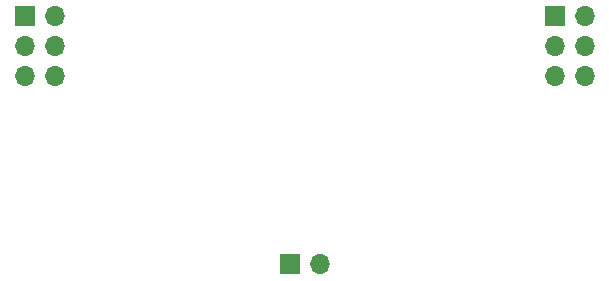
<source format=gbs>
G04 #@! TF.GenerationSoftware,KiCad,Pcbnew,(6.0.2)*
G04 #@! TF.CreationDate,2022-07-27T12:55:18+02:00*
G04 #@! TF.ProjectId,DC-DC-Converter,44432d44-432d-4436-9f6e-766572746572,rev?*
G04 #@! TF.SameCoordinates,Original*
G04 #@! TF.FileFunction,Soldermask,Bot*
G04 #@! TF.FilePolarity,Negative*
%FSLAX46Y46*%
G04 Gerber Fmt 4.6, Leading zero omitted, Abs format (unit mm)*
G04 Created by KiCad (PCBNEW (6.0.2)) date 2022-07-27 12:55:18*
%MOMM*%
%LPD*%
G01*
G04 APERTURE LIST*
%ADD10O,1.700000X1.700000*%
%ADD11R,1.700000X1.700000*%
G04 APERTURE END LIST*
D10*
X107440000Y-125080000D03*
X104900000Y-125080000D03*
X107440000Y-122540000D03*
X104900000Y-122540000D03*
X107440000Y-120000000D03*
D11*
X104900000Y-120000000D03*
D10*
X62540000Y-125080000D03*
X60000000Y-125080000D03*
X62540000Y-122540000D03*
X60000000Y-122540000D03*
X62540000Y-120000000D03*
D11*
X60000000Y-120000000D03*
D10*
X84990000Y-141000000D03*
D11*
X82450000Y-141000000D03*
M02*

</source>
